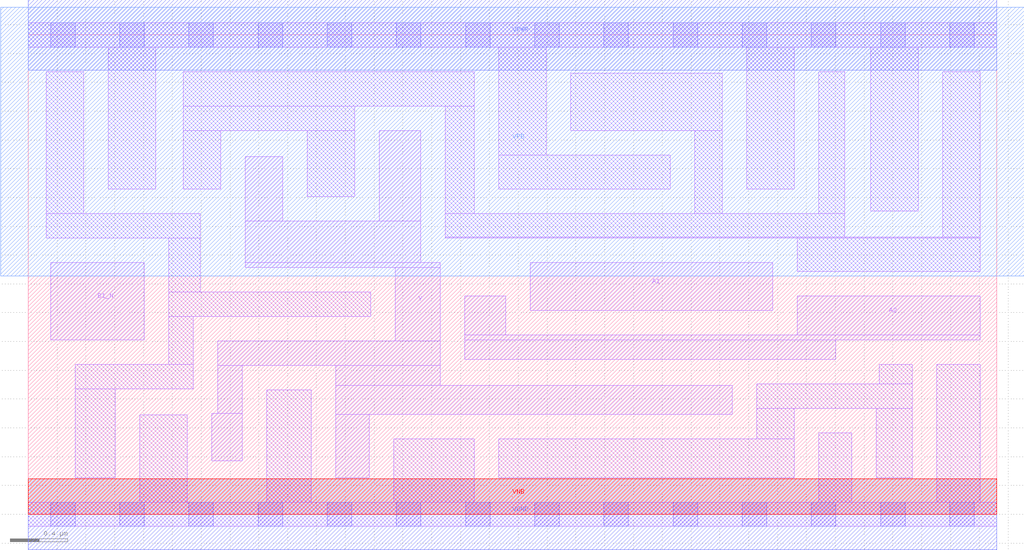
<source format=lef>
# Copyright 2020 The SkyWater PDK Authors
#
# Licensed under the Apache License, Version 2.0 (the "License");
# you may not use this file except in compliance with the License.
# You may obtain a copy of the License at
#
#     https://www.apache.org/licenses/LICENSE-2.0
#
# Unless required by applicable law or agreed to in writing, software
# distributed under the License is distributed on an "AS IS" BASIS,
# WITHOUT WARRANTIES OR CONDITIONS OF ANY KIND, either express or implied.
# See the License for the specific language governing permissions and
# limitations under the License.
#
# SPDX-License-Identifier: Apache-2.0

VERSION 5.7 ;
  NOWIREEXTENSIONATPIN ON ;
  DIVIDERCHAR "/" ;
  BUSBITCHARS "[]" ;
MACRO sky130_fd_sc_lp__a21boi_4
  CLASS CORE ;
  FOREIGN sky130_fd_sc_lp__a21boi_4 ;
  ORIGIN  0.000000  0.000000 ;
  SIZE  6.720000 BY  3.330000 ;
  SYMMETRY X Y R90 ;
  SITE unit ;
  PIN A1
    ANTENNAGATEAREA  1.260000 ;
    DIRECTION INPUT ;
    USE SIGNAL ;
    PORT
      LAYER li1 ;
        RECT 3.485000 1.415000 5.165000 1.750000 ;
    END
  END A1
  PIN A2
    ANTENNAGATEAREA  1.260000 ;
    DIRECTION INPUT ;
    USE SIGNAL ;
    PORT
      LAYER li1 ;
        RECT 3.030000 1.075000 5.605000 1.210000 ;
        RECT 3.030000 1.210000 6.605000 1.245000 ;
        RECT 3.030000 1.245000 3.315000 1.515000 ;
        RECT 5.335000 1.245000 6.605000 1.515000 ;
    END
  END A2
  PIN B1_N
    ANTENNAGATEAREA  0.315000 ;
    DIRECTION INPUT ;
    USE SIGNAL ;
    PORT
      LAYER li1 ;
        RECT 0.155000 1.210000 0.805000 1.750000 ;
    END
  END B1_N
  PIN Y
    ANTENNADIFFAREA  1.646400 ;
    DIRECTION OUTPUT ;
    USE SIGNAL ;
    PORT
      LAYER li1 ;
        RECT 1.275000 0.370000 1.485000 0.700000 ;
        RECT 1.315000 0.700000 1.485000 1.035000 ;
        RECT 1.315000 1.035000 2.860000 1.205000 ;
        RECT 1.505000 1.715000 2.860000 1.750000 ;
        RECT 1.505000 1.750000 2.725000 2.035000 ;
        RECT 1.505000 2.035000 1.765000 2.485000 ;
        RECT 2.135000 0.255000 2.365000 0.695000 ;
        RECT 2.135000 0.695000 4.885000 0.895000 ;
        RECT 2.135000 0.895000 2.860000 1.035000 ;
        RECT 2.435000 2.035000 2.725000 2.665000 ;
        RECT 2.545000 1.205000 2.860000 1.715000 ;
    END
  END Y
  PIN VGND
    DIRECTION INOUT ;
    USE GROUND ;
    PORT
      LAYER met1 ;
        RECT 0.000000 -0.245000 6.720000 0.245000 ;
    END
  END VGND
  PIN VNB
    DIRECTION INOUT ;
    USE GROUND ;
    PORT
      LAYER pwell ;
        RECT 0.000000 0.000000 6.720000 0.245000 ;
    END
  END VNB
  PIN VPB
    DIRECTION INOUT ;
    USE POWER ;
    PORT
      LAYER nwell ;
        RECT -0.190000 1.655000 6.910000 3.520000 ;
    END
  END VPB
  PIN VPWR
    DIRECTION INOUT ;
    USE POWER ;
    PORT
      LAYER met1 ;
        RECT 0.000000 3.085000 6.720000 3.575000 ;
    END
  END VPWR
  OBS
    LAYER li1 ;
      RECT 0.000000 -0.085000 6.720000 0.085000 ;
      RECT 0.000000  3.245000 6.720000 3.415000 ;
      RECT 0.125000  1.920000 1.195000 2.090000 ;
      RECT 0.125000  2.090000 0.385000 3.075000 ;
      RECT 0.325000  0.255000 0.605000 0.870000 ;
      RECT 0.325000  0.870000 1.145000 1.040000 ;
      RECT 0.555000  2.260000 0.885000 3.245000 ;
      RECT 0.775000  0.085000 1.105000 0.690000 ;
      RECT 0.975000  1.040000 1.145000 1.375000 ;
      RECT 0.975000  1.375000 2.375000 1.545000 ;
      RECT 0.975000  1.545000 1.195000 1.920000 ;
      RECT 1.075000  2.260000 1.335000 2.665000 ;
      RECT 1.075000  2.665000 2.265000 2.835000 ;
      RECT 1.075000  2.835000 3.095000 3.075000 ;
      RECT 1.655000  0.085000 1.965000 0.865000 ;
      RECT 1.935000  2.205000 2.265000 2.665000 ;
      RECT 2.535000  0.085000 3.095000 0.525000 ;
      RECT 2.895000  1.920000 6.605000 1.925000 ;
      RECT 2.895000  1.925000 5.665000 2.090000 ;
      RECT 2.895000  2.090000 3.095000 2.835000 ;
      RECT 3.265000  0.255000 5.315000 0.525000 ;
      RECT 3.265000  2.260000 4.455000 2.495000 ;
      RECT 3.265000  2.495000 3.595000 3.245000 ;
      RECT 3.765000  2.665000 4.815000 3.065000 ;
      RECT 4.625000  2.090000 4.815000 2.665000 ;
      RECT 4.985000  2.260000 5.315000 3.245000 ;
      RECT 5.055000  0.525000 5.315000 0.735000 ;
      RECT 5.055000  0.735000 6.135000 0.905000 ;
      RECT 5.335000  1.685000 6.605000 1.920000 ;
      RECT 5.485000  0.085000 5.715000 0.565000 ;
      RECT 5.485000  2.090000 5.665000 3.075000 ;
      RECT 5.845000  2.105000 6.175000 3.245000 ;
      RECT 5.885000  0.255000 6.135000 0.735000 ;
      RECT 5.905000  0.905000 6.135000 1.040000 ;
      RECT 6.305000  0.085000 6.605000 1.040000 ;
      RECT 6.345000  1.925000 6.605000 3.075000 ;
    LAYER mcon ;
      RECT 0.155000 -0.085000 0.325000 0.085000 ;
      RECT 0.155000  3.245000 0.325000 3.415000 ;
      RECT 0.635000 -0.085000 0.805000 0.085000 ;
      RECT 0.635000  3.245000 0.805000 3.415000 ;
      RECT 1.115000 -0.085000 1.285000 0.085000 ;
      RECT 1.115000  3.245000 1.285000 3.415000 ;
      RECT 1.595000 -0.085000 1.765000 0.085000 ;
      RECT 1.595000  3.245000 1.765000 3.415000 ;
      RECT 2.075000 -0.085000 2.245000 0.085000 ;
      RECT 2.075000  3.245000 2.245000 3.415000 ;
      RECT 2.555000 -0.085000 2.725000 0.085000 ;
      RECT 2.555000  3.245000 2.725000 3.415000 ;
      RECT 3.035000 -0.085000 3.205000 0.085000 ;
      RECT 3.035000  3.245000 3.205000 3.415000 ;
      RECT 3.515000 -0.085000 3.685000 0.085000 ;
      RECT 3.515000  3.245000 3.685000 3.415000 ;
      RECT 3.995000 -0.085000 4.165000 0.085000 ;
      RECT 3.995000  3.245000 4.165000 3.415000 ;
      RECT 4.475000 -0.085000 4.645000 0.085000 ;
      RECT 4.475000  3.245000 4.645000 3.415000 ;
      RECT 4.955000 -0.085000 5.125000 0.085000 ;
      RECT 4.955000  3.245000 5.125000 3.415000 ;
      RECT 5.435000 -0.085000 5.605000 0.085000 ;
      RECT 5.435000  3.245000 5.605000 3.415000 ;
      RECT 5.915000 -0.085000 6.085000 0.085000 ;
      RECT 5.915000  3.245000 6.085000 3.415000 ;
      RECT 6.395000 -0.085000 6.565000 0.085000 ;
      RECT 6.395000  3.245000 6.565000 3.415000 ;
  END
END sky130_fd_sc_lp__a21boi_4
END LIBRARY

</source>
